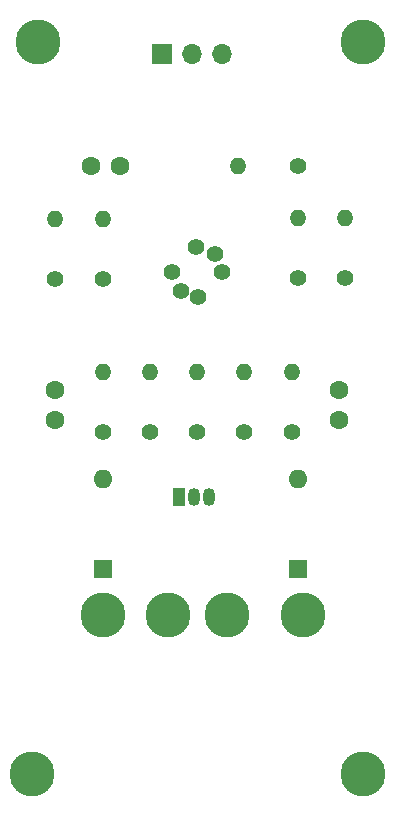
<source format=gbr>
%TF.GenerationSoftware,KiCad,Pcbnew,5.1.10*%
%TF.CreationDate,2021-06-02T01:10:26+02:00*%
%TF.ProjectId,piezo-jfet,7069657a-6f2d-46a6-9665-742e6b696361,rev?*%
%TF.SameCoordinates,Original*%
%TF.FileFunction,Soldermask,Top*%
%TF.FilePolarity,Negative*%
%FSLAX46Y46*%
G04 Gerber Fmt 4.6, Leading zero omitted, Abs format (unit mm)*
G04 Created by KiCad (PCBNEW 5.1.10) date 2021-06-02 01:10:26*
%MOMM*%
%LPD*%
G01*
G04 APERTURE LIST*
%ADD10O,1.400000X1.400000*%
%ADD11C,1.400000*%
%ADD12C,1.600000*%
%ADD13O,1.600000X1.600000*%
%ADD14R,1.600000X1.600000*%
%ADD15O,1.700000X1.700000*%
%ADD16R,1.700000X1.700000*%
%ADD17R,1.050000X1.500000*%
%ADD18O,1.050000X1.500000*%
%ADD19C,3.800000*%
G04 APERTURE END LIST*
D10*
%TO.C,R5*%
X72420000Y-58500000D03*
D11*
X77500000Y-58500000D03*
%TD*%
D12*
%TO.C,C1*%
X57000000Y-80000000D03*
X57000000Y-77500000D03*
%TD*%
%TO.C,C2*%
X60000000Y-58500000D03*
X62500000Y-58500000D03*
%TD*%
%TO.C,C3*%
X81000000Y-77500000D03*
X81000000Y-80000000D03*
%TD*%
D13*
%TO.C,D1*%
X61000000Y-85000000D03*
D14*
X61000000Y-92620000D03*
%TD*%
D13*
%TO.C,D2*%
X77500000Y-85000000D03*
D14*
X77500000Y-92620000D03*
%TD*%
D10*
%TO.C,R1*%
X57000000Y-63000000D03*
D11*
X57000000Y-68080000D03*
%TD*%
D10*
%TO.C,R2*%
X61000000Y-75920000D03*
D11*
X61000000Y-81000000D03*
%TD*%
D10*
%TO.C,R3*%
X61000000Y-63000000D03*
D11*
X61000000Y-68080000D03*
%TD*%
D10*
%TO.C,R4*%
X65000000Y-75920000D03*
D11*
X65000000Y-81000000D03*
%TD*%
D10*
%TO.C,R7*%
X77500000Y-62920000D03*
D11*
X77500000Y-68000000D03*
%TD*%
D10*
%TO.C,R8*%
X73000000Y-75920000D03*
D11*
X73000000Y-81000000D03*
%TD*%
D10*
%TO.C,R9*%
X81500000Y-62920000D03*
D11*
X81500000Y-68000000D03*
%TD*%
D10*
%TO.C,R10*%
X77000000Y-75920000D03*
D11*
X77000000Y-81000000D03*
%TD*%
D15*
%TO.C,J1*%
X71080000Y-49000000D03*
X68540000Y-49000000D03*
D16*
X66000000Y-49000000D03*
%TD*%
D17*
%TO.C,Q1*%
X67500000Y-86500000D03*
D18*
X70040000Y-86500000D03*
X68770000Y-86500000D03*
%TD*%
D10*
%TO.C,R12*%
X69000000Y-75920000D03*
D11*
X69000000Y-81000000D03*
%TD*%
D19*
%TO.C,J2*%
X55500000Y-48000000D03*
%TD*%
%TO.C,J3*%
X55000000Y-110000000D03*
%TD*%
%TO.C,J4*%
X83000000Y-48000000D03*
%TD*%
%TO.C,J5*%
X83000000Y-110000000D03*
%TD*%
%TO.C,J6*%
X61000000Y-96500000D03*
%TD*%
%TO.C,J7*%
X66500000Y-96500000D03*
%TD*%
%TO.C,J8*%
X71500000Y-96500000D03*
%TD*%
%TO.C,J9*%
X78000000Y-96500000D03*
%TD*%
D11*
%TO.C,Q2*%
X69100000Y-69600000D03*
X67600000Y-69100000D03*
X66900000Y-67500000D03*
X68900000Y-65400000D03*
X70500000Y-66000000D03*
X71100000Y-67500000D03*
%TD*%
M02*

</source>
